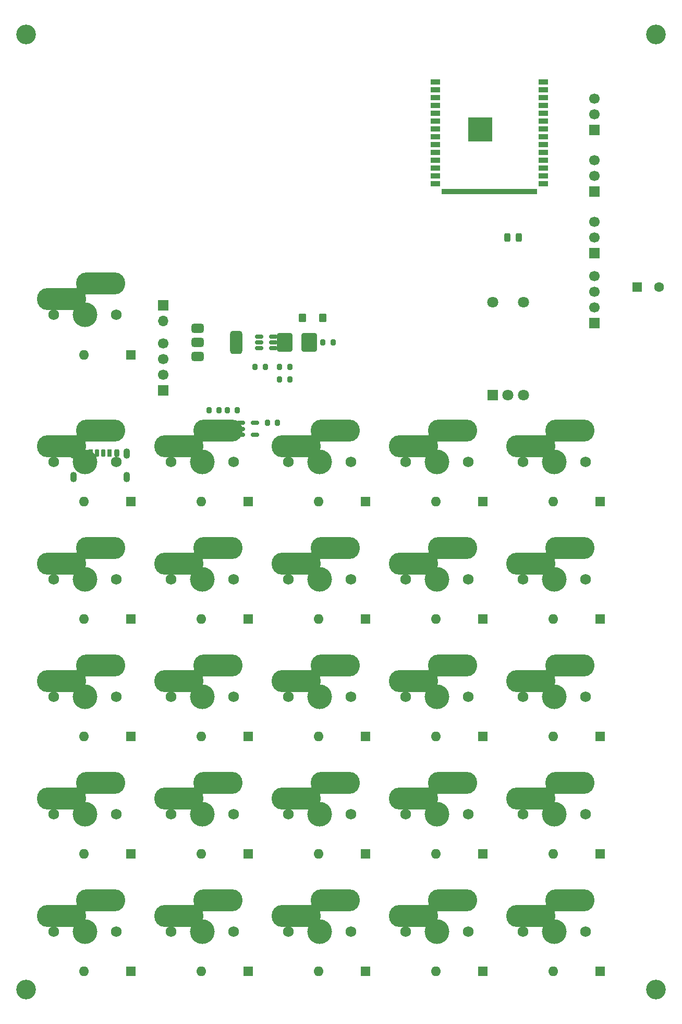
<source format=gts>
%TF.GenerationSoftware,KiCad,Pcbnew,9.0.7*%
%TF.CreationDate,2026-02-28T06:01:15-05:00*%
%TF.ProjectId,Macropad,4d616372-6f70-4616-942e-6b696361645f,rev?*%
%TF.SameCoordinates,Original*%
%TF.FileFunction,Soldermask,Top*%
%TF.FilePolarity,Negative*%
%FSLAX46Y46*%
G04 Gerber Fmt 4.6, Leading zero omitted, Abs format (unit mm)*
G04 Created by KiCad (PCBNEW 9.0.7) date 2026-02-28 06:01:15*
%MOMM*%
%LPD*%
G01*
G04 APERTURE LIST*
G04 Aperture macros list*
%AMRoundRect*
0 Rectangle with rounded corners*
0 $1 Rounding radius*
0 $2 $3 $4 $5 $6 $7 $8 $9 X,Y pos of 4 corners*
0 Add a 4 corners polygon primitive as box body*
4,1,4,$2,$3,$4,$5,$6,$7,$8,$9,$2,$3,0*
0 Add four circle primitives for the rounded corners*
1,1,$1+$1,$2,$3*
1,1,$1+$1,$4,$5*
1,1,$1+$1,$6,$7*
1,1,$1+$1,$8,$9*
0 Add four rect primitives between the rounded corners*
20,1,$1+$1,$2,$3,$4,$5,0*
20,1,$1+$1,$4,$5,$6,$7,0*
20,1,$1+$1,$6,$7,$8,$9,0*
20,1,$1+$1,$8,$9,$2,$3,0*%
G04 Aperture macros list end*
%ADD10O,8.000000X3.600000*%
%ADD11C,4.000000*%
%ADD12C,1.750000*%
%ADD13R,1.600000X1.600000*%
%ADD14O,1.600000X1.600000*%
%ADD15R,1.500000X0.900000*%
%ADD16R,3.900000X3.900000*%
%ADD17R,1.700000X1.700000*%
%ADD18C,1.700000*%
%ADD19O,1.700000X1.700000*%
%ADD20RoundRect,0.375000X-0.625000X-0.375000X0.625000X-0.375000X0.625000X0.375000X-0.625000X0.375000X0*%
%ADD21RoundRect,0.500000X-0.500000X-1.400000X0.500000X-1.400000X0.500000X1.400000X-0.500000X1.400000X0*%
%ADD22RoundRect,0.175000X-0.175000X-0.425000X0.175000X-0.425000X0.175000X0.425000X-0.175000X0.425000X0*%
%ADD23RoundRect,0.190000X0.190000X0.410000X-0.190000X0.410000X-0.190000X-0.410000X0.190000X-0.410000X0*%
%ADD24RoundRect,0.200000X0.200000X0.400000X-0.200000X0.400000X-0.200000X-0.400000X0.200000X-0.400000X0*%
%ADD25RoundRect,0.175000X0.175000X0.425000X-0.175000X0.425000X-0.175000X-0.425000X0.175000X-0.425000X0*%
%ADD26RoundRect,0.190000X-0.190000X-0.410000X0.190000X-0.410000X0.190000X0.410000X-0.190000X0.410000X0*%
%ADD27RoundRect,0.200000X-0.200000X-0.400000X0.200000X-0.400000X0.200000X0.400000X-0.200000X0.400000X0*%
%ADD28O,1.100000X1.700000*%
%ADD29RoundRect,0.150000X-0.512500X-0.150000X0.512500X-0.150000X0.512500X0.150000X-0.512500X0.150000X0*%
%ADD30RoundRect,0.200000X0.275000X-0.200000X0.275000X0.200000X-0.275000X0.200000X-0.275000X-0.200000X0*%
%ADD31RoundRect,0.200000X-0.200000X-0.275000X0.200000X-0.275000X0.200000X0.275000X-0.200000X0.275000X0*%
%ADD32RoundRect,0.250000X-1.000000X-1.250000X1.000000X-1.250000X1.000000X1.250000X-1.000000X1.250000X0*%
%ADD33RoundRect,0.240000X-0.360000X-0.460000X0.360000X-0.460000X0.360000X0.460000X-0.360000X0.460000X0*%
%ADD34RoundRect,0.243750X-0.243750X-0.456250X0.243750X-0.456250X0.243750X0.456250X-0.243750X0.456250X0*%
%ADD35C,1.600000*%
%ADD36R,1.800000X1.800000*%
%ADD37C,1.800000*%
%ADD38C,3.200000*%
G04 APERTURE END LIST*
D10*
%TO.C,SW1*%
X5715000Y-6985000D03*
X12065000Y-4445000D03*
D11*
X9525000Y-9525000D03*
D12*
X4445000Y-9525000D03*
X14605000Y-9525000D03*
%TD*%
D13*
%TO.C,D1*%
X17025000Y-16025000D03*
D14*
X9405000Y-16025000D03*
%TD*%
D10*
%TO.C,SW2*%
X5715000Y-30797000D03*
X12065000Y-28257000D03*
D11*
X9525000Y-33337000D03*
D12*
X4445000Y-33337000D03*
X14605000Y-33337000D03*
%TD*%
D13*
%TO.C,D2*%
X17025000Y-39837000D03*
D14*
X9405000Y-39837000D03*
%TD*%
D10*
%TO.C,SW3*%
X24765000Y-30797000D03*
X31115000Y-28257000D03*
D11*
X28575000Y-33337000D03*
D12*
X23495000Y-33337000D03*
X33655000Y-33337000D03*
%TD*%
D13*
%TO.C,D3*%
X36075000Y-39837000D03*
D14*
X28455000Y-39837000D03*
%TD*%
D10*
%TO.C,SW4*%
X43815000Y-30797000D03*
X50165000Y-28257000D03*
D11*
X47625000Y-33337000D03*
D12*
X42545000Y-33337000D03*
X52705000Y-33337000D03*
%TD*%
D13*
%TO.C,D4*%
X55125000Y-39837000D03*
D14*
X47505000Y-39837000D03*
%TD*%
D10*
%TO.C,SW5*%
X62865000Y-30797000D03*
X69215000Y-28257000D03*
D11*
X66675000Y-33337000D03*
D12*
X61595000Y-33337000D03*
X71755000Y-33337000D03*
%TD*%
D13*
%TO.C,D5*%
X74175000Y-39837000D03*
D14*
X66555000Y-39837000D03*
%TD*%
D10*
%TO.C,SW6*%
X81915000Y-30797000D03*
X88265000Y-28257000D03*
D11*
X85725000Y-33337000D03*
D12*
X80645000Y-33337000D03*
X90805000Y-33337000D03*
%TD*%
D13*
%TO.C,D6*%
X93225000Y-39837000D03*
D14*
X85605000Y-39837000D03*
%TD*%
D10*
%TO.C,SW7*%
X5715000Y-49848000D03*
X12065000Y-47308000D03*
D11*
X9525000Y-52388000D03*
D12*
X4445000Y-52388000D03*
X14605000Y-52388000D03*
%TD*%
D13*
%TO.C,D7*%
X17025000Y-58888000D03*
D14*
X9405000Y-58888000D03*
%TD*%
D10*
%TO.C,SW8*%
X24765000Y-49848000D03*
X31115000Y-47308000D03*
D11*
X28575000Y-52388000D03*
D12*
X23495000Y-52388000D03*
X33655000Y-52388000D03*
%TD*%
D13*
%TO.C,D8*%
X36075000Y-58888000D03*
D14*
X28455000Y-58888000D03*
%TD*%
D10*
%TO.C,SW9*%
X43815000Y-49848000D03*
X50165000Y-47308000D03*
D11*
X47625000Y-52388000D03*
D12*
X42545000Y-52388000D03*
X52705000Y-52388000D03*
%TD*%
D13*
%TO.C,D9*%
X55125000Y-58888000D03*
D14*
X47505000Y-58888000D03*
%TD*%
D10*
%TO.C,SW10*%
X62865000Y-49848000D03*
X69215000Y-47308000D03*
D11*
X66675000Y-52388000D03*
D12*
X61595000Y-52388000D03*
X71755000Y-52388000D03*
%TD*%
D13*
%TO.C,D10*%
X74175000Y-58888000D03*
D14*
X66555000Y-58888000D03*
%TD*%
D10*
%TO.C,SW11*%
X81915000Y-49848000D03*
X88265000Y-47308000D03*
D11*
X85725000Y-52388000D03*
D12*
X80645000Y-52388000D03*
X90805000Y-52388000D03*
%TD*%
D13*
%TO.C,D11*%
X93225000Y-58888000D03*
D14*
X85605000Y-58888000D03*
%TD*%
D10*
%TO.C,SW12*%
X5715000Y-68898000D03*
X12065000Y-66358000D03*
D11*
X9525000Y-71438000D03*
D12*
X4445000Y-71438000D03*
X14605000Y-71438000D03*
%TD*%
D13*
%TO.C,D12*%
X17025000Y-77938000D03*
D14*
X9405000Y-77938000D03*
%TD*%
D10*
%TO.C,SW13*%
X24765000Y-68898000D03*
X31115000Y-66358000D03*
D11*
X28575000Y-71438000D03*
D12*
X23495000Y-71438000D03*
X33655000Y-71438000D03*
%TD*%
D13*
%TO.C,D13*%
X36075000Y-77938000D03*
D14*
X28455000Y-77938000D03*
%TD*%
D10*
%TO.C,SW14*%
X43815000Y-68898000D03*
X50165000Y-66358000D03*
D11*
X47625000Y-71438000D03*
D12*
X42545000Y-71438000D03*
X52705000Y-71438000D03*
%TD*%
D13*
%TO.C,D14*%
X55125000Y-77938000D03*
D14*
X47505000Y-77938000D03*
%TD*%
D10*
%TO.C,SW15*%
X62865000Y-68898000D03*
X69215000Y-66358000D03*
D11*
X66675000Y-71438000D03*
D12*
X61595000Y-71438000D03*
X71755000Y-71438000D03*
%TD*%
D13*
%TO.C,D15*%
X74175000Y-77938000D03*
D14*
X66555000Y-77938000D03*
%TD*%
D10*
%TO.C,SW16*%
X81915000Y-68898000D03*
X88265000Y-66358000D03*
D11*
X85725000Y-71438000D03*
D12*
X80645000Y-71438000D03*
X90805000Y-71438000D03*
%TD*%
D13*
%TO.C,D16*%
X93225000Y-77938000D03*
D14*
X85605000Y-77938000D03*
%TD*%
D10*
%TO.C,SW17*%
X5715000Y-87947000D03*
X12065000Y-85407000D03*
D11*
X9525000Y-90487000D03*
D12*
X4445000Y-90487000D03*
X14605000Y-90487000D03*
%TD*%
D13*
%TO.C,D17*%
X17025000Y-96987000D03*
D14*
X9405000Y-96987000D03*
%TD*%
D10*
%TO.C,SW18*%
X24765000Y-87947000D03*
X31115000Y-85407000D03*
D11*
X28575000Y-90487000D03*
D12*
X23495000Y-90487000D03*
X33655000Y-90487000D03*
%TD*%
D13*
%TO.C,D18*%
X36075000Y-96987000D03*
D14*
X28455000Y-96987000D03*
%TD*%
D10*
%TO.C,SW19*%
X43815000Y-87947000D03*
X50165000Y-85407000D03*
D11*
X47625000Y-90487000D03*
D12*
X42545000Y-90487000D03*
X52705000Y-90487000D03*
%TD*%
D13*
%TO.C,D19*%
X55125000Y-96987000D03*
D14*
X47505000Y-96987000D03*
%TD*%
D10*
%TO.C,SW20*%
X62865000Y-87947000D03*
X69215000Y-85407000D03*
D11*
X66675000Y-90487000D03*
D12*
X61595000Y-90487000D03*
X71755000Y-90487000D03*
%TD*%
D13*
%TO.C,D20*%
X74175000Y-96987000D03*
D14*
X66555000Y-96987000D03*
%TD*%
D10*
%TO.C,SW21*%
X81915000Y-87947000D03*
X88265000Y-85407000D03*
D11*
X85725000Y-90487000D03*
D12*
X80645000Y-90487000D03*
X90805000Y-90487000D03*
%TD*%
D13*
%TO.C,D21*%
X93225000Y-96987000D03*
D14*
X85605000Y-96987000D03*
%TD*%
D10*
%TO.C,SW22*%
X5715000Y-106998000D03*
X12065000Y-104458000D03*
D11*
X9525000Y-109538000D03*
D12*
X4445000Y-109538000D03*
X14605000Y-109538000D03*
%TD*%
D13*
%TO.C,D22*%
X17025000Y-116038000D03*
D14*
X9405000Y-116038000D03*
%TD*%
D10*
%TO.C,SW23*%
X24765000Y-106998000D03*
X31115000Y-104458000D03*
D11*
X28575000Y-109538000D03*
D12*
X23495000Y-109538000D03*
X33655000Y-109538000D03*
%TD*%
D13*
%TO.C,D23*%
X36075000Y-116038000D03*
D14*
X28455000Y-116038000D03*
%TD*%
D10*
%TO.C,SW24*%
X43815000Y-106998000D03*
X50165000Y-104458000D03*
D11*
X47625000Y-109538000D03*
D12*
X42545000Y-109538000D03*
X52705000Y-109538000D03*
%TD*%
D13*
%TO.C,D24*%
X55125000Y-116038000D03*
D14*
X47505000Y-116038000D03*
%TD*%
D10*
%TO.C,SW25*%
X62865000Y-106998000D03*
X69215000Y-104458000D03*
D11*
X66675000Y-109538000D03*
D12*
X61595000Y-109538000D03*
X71755000Y-109538000D03*
%TD*%
D13*
%TO.C,D25*%
X74175000Y-116038000D03*
D14*
X66555000Y-116038000D03*
%TD*%
D10*
%TO.C,SW26*%
X81915000Y-106998000D03*
X88265000Y-104458000D03*
D11*
X85725000Y-109538000D03*
D12*
X80645000Y-109538000D03*
X90805000Y-109538000D03*
%TD*%
D13*
%TO.C,D26*%
X93225000Y-116038000D03*
D14*
X85605000Y-116038000D03*
%TD*%
D15*
%TO.C,U901*%
X66500000Y28260000D03*
X66500000Y26990000D03*
X66500000Y25720000D03*
X66500000Y24450000D03*
X66500000Y23180000D03*
X66500000Y21910000D03*
X66500000Y20640000D03*
X66500000Y19370000D03*
X66500000Y18100000D03*
X66500000Y16830000D03*
X66500000Y15560000D03*
X66500000Y14290000D03*
X66500000Y13020000D03*
X66500000Y11750000D03*
X68265000Y10500000D03*
X69535000Y10500000D03*
X70805000Y10500000D03*
X72075000Y10500000D03*
X73345000Y10500000D03*
X74615000Y10500000D03*
X75885000Y10500000D03*
X77155000Y10500000D03*
X78425000Y10500000D03*
X79695000Y10500000D03*
X80965000Y10500000D03*
X82235000Y10500000D03*
X84000000Y11750000D03*
X84000000Y13020000D03*
X84000000Y14290000D03*
X84000000Y15560000D03*
X84000000Y16830000D03*
X84000000Y18100000D03*
X84000000Y19370000D03*
X84000000Y20640000D03*
X84000000Y21910000D03*
X84000000Y23180000D03*
X84000000Y24450000D03*
X84000000Y25720000D03*
X84000000Y26990000D03*
X84000000Y28260000D03*
D16*
X73750000Y20540000D03*
%TD*%
D17*
%TO.C,J201*%
X92250000Y20460000D03*
D18*
X92250000Y23000000D03*
X92250000Y25540000D03*
%TD*%
D17*
%TO.C,J202*%
X92250000Y10460000D03*
D18*
X92250000Y13000000D03*
X92250000Y15540000D03*
%TD*%
D17*
%TO.C,J301*%
X92250000Y460000D03*
D18*
X92250000Y3000000D03*
X92250000Y5540000D03*
%TD*%
D17*
%TO.C,J302*%
X92250000Y-10810000D03*
D18*
X92250000Y-8270000D03*
X92250000Y-5730000D03*
X92250000Y-3190000D03*
%TD*%
D17*
%TO.C,J400*%
X22250000Y-8000000D03*
D19*
X22250000Y-10540000D03*
%TD*%
D17*
%TO.C,J401*%
X22250000Y-21810000D03*
D18*
X22250000Y-19270000D03*
X22250000Y-16730000D03*
X22250000Y-14190000D03*
%TD*%
D20*
%TO.C,U402*%
X27850000Y-11700000D03*
X27850000Y-14000000D03*
D21*
X34150000Y-14000000D03*
D20*
X27850000Y-16300000D03*
%TD*%
D22*
%TO.C,J402*%
X11500000Y-31920000D03*
D23*
X13520000Y-31920000D03*
D24*
X14750000Y-31920000D03*
D25*
X12500000Y-31920000D03*
D26*
X10480000Y-31920000D03*
D27*
X9250000Y-31920000D03*
D28*
X7680000Y-32000000D03*
X7680000Y-35800000D03*
X16320000Y-32000000D03*
X16320000Y-35800000D03*
%TD*%
D29*
%TO.C,U403*%
X34862500Y-27050000D03*
X34862500Y-28000000D03*
X34862500Y-28950000D03*
X37137500Y-28950000D03*
X37137500Y-27050000D03*
%TD*%
D30*
%TO.C,R402*%
X11500000Y-28825000D03*
X11500000Y-27175000D03*
%TD*%
%TO.C,R403*%
X12500000Y-28825000D03*
X12500000Y-27175000D03*
%TD*%
D31*
%TO.C,R404*%
X39175000Y-27050000D03*
X40825000Y-27050000D03*
%TD*%
%TO.C,C402*%
X32675000Y-25000000D03*
X34325000Y-25000000D03*
%TD*%
%TO.C,C403*%
X29675000Y-25000000D03*
X31325000Y-25000000D03*
%TD*%
D29*
%TO.C,U404*%
X37862500Y-13050000D03*
X37862500Y-14000000D03*
X37862500Y-14950000D03*
X40137500Y-14950000D03*
X40137500Y-14000000D03*
X40137500Y-13050000D03*
%TD*%
D32*
%TO.C,L401*%
X42000000Y-14000000D03*
X46000000Y-14000000D03*
%TD*%
D33*
%TO.C,D401*%
X44850000Y-10000000D03*
X48150000Y-10000000D03*
%TD*%
D31*
%TO.C,R405*%
X41175000Y-18000000D03*
X42825000Y-18000000D03*
%TD*%
%TO.C,R406*%
X41175000Y-20000000D03*
X42825000Y-20000000D03*
%TD*%
%TO.C,C404*%
X37175000Y-18000000D03*
X38825000Y-18000000D03*
%TD*%
%TO.C,C405*%
X48175000Y-14000000D03*
X49825000Y-14000000D03*
%TD*%
D34*
%TO.C,R401*%
X78122500Y3000000D03*
X79997500Y3000000D03*
%TD*%
D13*
%TO.C,C401*%
X99250000Y-5000000D03*
D35*
X102750000Y-5000000D03*
%TD*%
D36*
%TO.C,SW401*%
X75750000Y-22500000D03*
D37*
X80750000Y-22500000D03*
X78250000Y-22500000D03*
X75750000Y-7500000D03*
X80750000Y-7500000D03*
%TD*%
D38*
%TO.C,H1*%
X0Y36000000D03*
%TD*%
%TO.C,H2*%
X102250000Y36000000D03*
%TD*%
%TO.C,H3*%
X0Y-119000000D03*
%TD*%
%TO.C,H4*%
X102250000Y-119000000D03*
%TD*%
M02*

</source>
